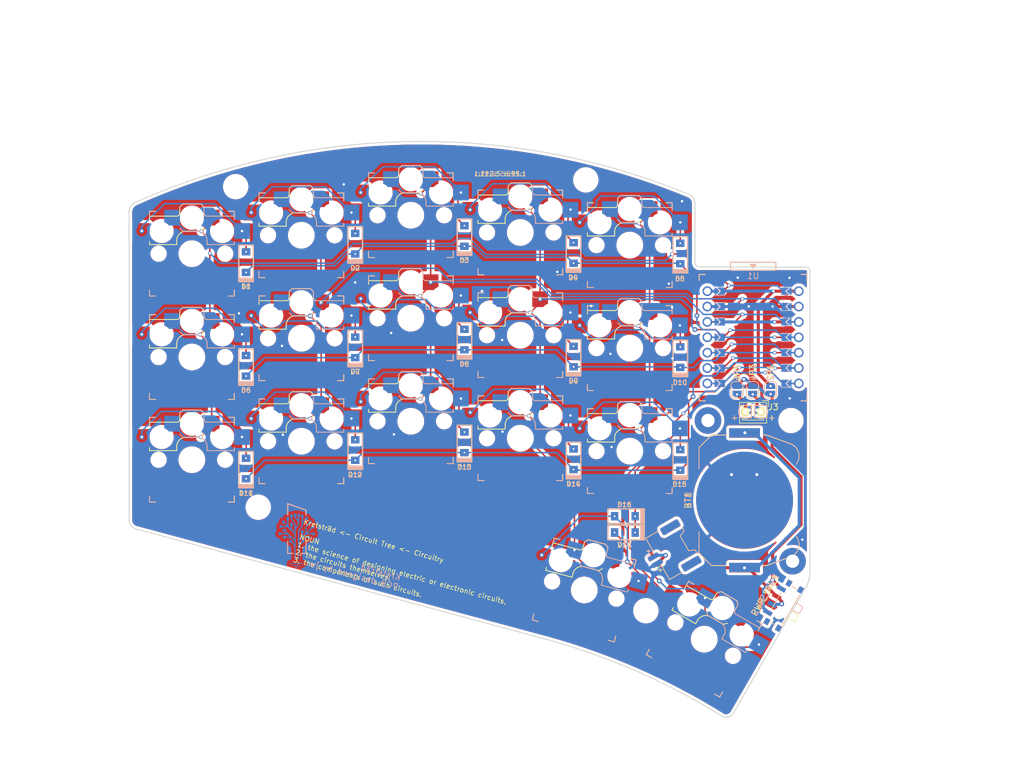
<source format=kicad_pcb>
(kicad_pcb (version 20211014) (generator pcbnew)
  (title_block (title "Kretsträd") (company "by JW"))
  (layers (0 "F.Cu" signal) (31 "B.Cu" signal) (34 "B.Paste" user) (35 "F.Paste" user) (36 "B.SilkS" user "B.Silkscreen") (37 "F.SilkS" user "F.Silkscreen") (38 "B.Mask" user) (39 "F.Mask" user) (44 "Edge.Cuts" user))
  (net 0 "")
  (net 1 "row0")
  (net 2 "Net-(D1-Pad2)")
  (net 3 "row1")
  (net 4 "Net-(D2-Pad2)")
  (net 5 "row2")
  (net 6 "Net-(D3-Pad2)")
  (net 7 "row3")
  (net 8 "Net-(D4-Pad2)")
  (net 9 "Net-(D5-Pad2)")
  (net 10 "Net-(D6-Pad2)")
  (net 11 "Net-(D7-Pad2)")
  (net 12 "Net-(D8-Pad2)")
  (net 13 "Net-(D9-Pad2)")
  (net 14 "Net-(D10-Pad2)")
  (net 15 "Net-(D11-Pad2)")
  (net 16 "Net-(D12-Pad2)")
  (net 17 "Net-(D13-Pad2)")
  (net 18 "Net-(D14-Pad2)")
  (net 19 "Net-(D15-Pad2)")
  (net 20 "Net-(D16-Pad2)")
  (net 21 "Net-(D17-Pad2)")
  (net 22 "GND")
  (net 23 "VCC")
  (net 24 "col0")
  (net 25 "col1")
  (net 26 "col2")
  (net 27 "col3")
  (net 28 "col4")
  (net 29 "SCL")
  (net 30 "SDA")
  (net 32 "BT+")
  (net 33 "RAW")
  (net 35 "Hole_1")
  (net 36 "Hole_2")
  (net 37 "Net-(JP1-Pad1)")
  (footprint "Connector_Molex:Molex_Panelmate_53780-0270_1x02-1MP_P1.25mm_Horizontal" (layer "F.Cu") (at 171.776297 114.28433 120)
    (fp_text reference "J1" hide)
    (fp_text value "Conn_01x02_Female")
  )
  (footprint "jw_custom_footprint:Kailh_socket_PG1350_v1_reversible" (layer "F.Cu") (at 92.7946 99.0854 180)
    (fp_text reference "SW11")
    (fp_text value "SW_PUSH")
  )
  (footprint "jw_custom_footprint:Diode_SOD123_THT_2" (layer "F.Cu") (at 119.782958 97.486191 90)
    (fp_text reference "D12")
    (fp_text value "D" hide)
  )
  (footprint "jw_custom_footprint:Kailh_socket_PG1350_v1_reversible" (layer "F.Cu") (at 92.7946 65.0494 180)
    (fp_text reference "SW1")
    (fp_text value "SW_PUSH")
  )
  (footprint "jw_custom_footprint:Diode_SOD123_THT_2" (layer "F.Cu") (at 137.816958 62.123391 90)
    (fp_text reference "D3")
    (fp_text value "D" hide)
  )
  (footprint "jw_custom_footprint:Kailh_socket_PG1350_v1_reversible" (layer "F.Cu") (at 147.049 61.5442 180)
    (fp_text reference "SW4")
    (fp_text value "SW_PUSH")
  )
  (footprint "jw_custom_footprint:Diode_SOD123_THT_2" (layer "F.Cu") (at 164.32521 108.420368 180)
    (fp_text reference "D16")
    (fp_text value "D" hide)
  )
  (footprint "MountingHole:MountingHole_3.2mm_M3" (layer "F.Cu") (at 103.759 106.934)
    (fp_text reference "TH3" hide)
    (fp_text value "HOLE")
  )
  (footprint "jw_custom_footprint:Kailh_socket_PG1350_v1_reversible" (layer "F.Cu") (at 110.8794 96.0374 180)
    (fp_text reference "SW12")
    (fp_text value "SW_PUSH")
  )
  (footprint "jw_custom_footprint:Kailh_socket_PG1350_v1_reversible" (layer "F.Cu") (at 177.4274 128.727668 150)
    (fp_text reference "SW17")
    (fp_text value "SW_PUSH")
  )
  (footprint "Jumper:SolderJumper-2_P1.3mm_Open_RoundedPad1.0x1.5mm" (layer "F.Cu") (at 185.426575 87.541568 90)
    (fp_text reference "JP3")
    (fp_text value "Hole_1")
  )
  (footprint "jw_custom_footprint:Kailh_socket_PG1350_v1_reversible" (layer "F.Cu") (at 110.8794 79.0194 180)
    (fp_text reference "SW7")
    (fp_text value "SW_PUSH")
  )
  (footprint "kbd:1pin_conn" (layer "F.Cu") (at 184.243 91.1352 180)
    (fp_text reference "Hole_2" hide)
    (fp_text value "MountingHole_Pad" hide)
  )
  (footprint "MountingHole:MountingHole_3.2mm_M3" (layer "F.Cu") (at 167.7924 124.028668)
    (fp_text reference "TH4" hide)
    (fp_text value "HOLE")
  )
  (footprint "jw_custom_footprint:Kailh_socket_PG1350_v1_reversible" (layer "F.Cu") (at 165.1338 63.627 180)
    (fp_text reference "SW5")
    (fp_text value "SW_PUSH")
  )
  (footprint "jw_custom_footprint:Diode_SOD123_THT_2" (layer "F.Cu") (at 173.478558 82.144591 90)
    (fp_text reference "D10")
    (fp_text value "D" hide)
  )
  (footprint "jw_custom_footprint:Diode_SOD123_THT_2" (layer "F.Cu") (at 119.782958 80.515991 90)
    (fp_text reference "D7")
    (fp_text value "D" hide)
  )
  (footprint "jw_custom_footprint:Kailh_socket_PG1350_v1_reversible" (layer "F.Cu") (at 147.049 95.5294 180)
    (fp_text reference "SW14")
    (fp_text value "SW_PUSH")
  )
  (footprint "MountingHole:MountingHole_3.2mm_M3" (layer "F.Cu") (at 100.0338 53.975)
    (fp_text reference "TH1" hide)
    (fp_text value "HOLE")
  )
  (footprint "kbd:1pin_conn" (layer "F.Cu") (at 186.783 91.1352 180)
    (fp_text reference "Hole_1" hide)
    (fp_text value "MountingHole_Pad" hide)
  )
  (footprint "jw_custom_footprint:Kailh_socket_PG1350_v1_reversible" (layer "F.Cu") (at 92.7946 82.1182 180)
    (fp_text reference "SW6")
    (fp_text value "SW_PUSH")
  )
  (footprint "jw_custom_footprint:Kailh_socket_PG1350_v1_reversible" (layer "F.Cu") (at 128.9642 75.7114 180)
    (fp_text reference "SW8")
    (fp_text value "SW_PUSH")
  )
  (footprint "jw_custom_footprint:Kailh_socket_PG1350_v1_reversible" (layer "F.Cu") (at 165.1338 80.645 180)
    (fp_text reference "SW10")
    (fp_text value "SW_PUSH")
  )
  (footprint "MountingHole:MountingHole_2.2mm_M2_Pad" (layer "F.Cu") (at 192.024 115.8494)
    (fp_text reference "TH_PCB_2" hide)
    (fp_text value "HOLE")
  )
  (footprint "jw_custom_footprint:Diode_SOD123_THT_2" (layer "F.Cu") (at 173.478558 65.027991 90)
    (fp_text reference "D5")
    (fp_text value "D" hide)
  )
  (footprint "jw_custom_footprint:Kailh_socket_PG1350_v1_reversible" (layer "F.Cu") (at 110.8794 62.0014 180)
    (fp_text reference "SW2")
    (fp_text value "SW_PUSH")
  )
  (footprint "MountingHole:MountingHole_2.2mm_M2_Pad" (layer "F.Cu") (at 178.054 92.6084)
    (fp_text reference "TH_PCB_1" hide)
    (fp_text value "HOLE")
  )
  (footprint "jw_custom_footprint:Diode_SOD123_THT_2" (layer "F.Cu") (at 155.850958 82.039991 90)
    (fp_text reference "D9")
    (fp_text value "D" hide)
  )
  (footprint "jw_custom_footprint:Diode_SOD123_THT_2" (layer "F.Cu") (at 164.32521 111.112768 180)
    (fp_text reference "D17")
    (fp_text value "D" hide)
  )
  (footprint "jw_custom_footprint:Diode_SOD123_THT_2" (layer "F.Cu") (at 155.850958 99.010191 90)
    (fp_text reference "D14")
    (fp_text value "D" hide)
  )
  (footprint "jw_custom_footprint:Diode_SOD123_THT_2" (layer "F.Cu") (at 101.748958 83.563991 90)
    (fp_text reference "D6")
    (fp_text value "D" hide)
  )
  (footprint "Button_Switch_SMD:SW_SPDT_PCM12" (layer "F.Cu") (at 190.277975 123.0376 60)
    (fp_text reference "PWR_SW_1")
    (fp_text value "SW_SPDT")
  )
  (footprint "jw_custom_footprint:Diode_SOD123_THT_2" (layer "F.Cu") (at 101.748958 100.534191 90)
    (fp_text reference "D11")
    (fp_text value "D" hide)
  )
  (footprint "jw_custom_footprint:Diode_SOD123_THT_2" (layer "F.Cu") (at 101.748958 66.447391 90)
    (fp_text reference "D1")
    (fp_text value "D" hide)
  )
  (footprint "jw_custom_footprint:BatteryHolder_Keystone_3034_1x20mm_mod" (layer "F.Cu") (at 184.0992 105.8098 90)
    (fp_text reference "BT1")
    (fp_text value "Battery_Cell")
  )
  (footprint "Jumper:SolderJumper-2_P1.3mm_Open_RoundedPad1.0x1.5mm" (layer "F.Cu") (at 188.398375 87.541568 90)
    (fp_text reference "JP1")
    (fp_text value "to_RAW")
  )
  (footprint "jw_custom_footprint:Diode_SOD123_THT_2" (layer "F.Cu") (at 173.478558 99.114791 90)
    (fp_text reference "D15")
    (fp_text value "D" hide)
  )
  (footprint "jw_custom_footprint:Xiao THT jumper pad" (layer "F.Cu") (at 185.5076 78.7014)
    (fp_text reference "U1" hide)
    (fp_text value "SeeeduinoXIAO")
  )
  (footprint "jw_custom_footprint:Kailh_socket_PG1350_v1_reversible" (layer "F.Cu") (at 157.6154 120.599668 165)
    (fp_text reference "SW16")
    (fp_text value "SW_PUSH")
  )
  (footprint "MountingHole:MountingHole_3.2mm_M3" (layer "F.Cu") (at 191.77 92.6084)
    (fp_text reference "TH5" hide)
    (fp_text value "HOLE")
  )
  (footprint "jw_custom_footprint:Kailh_socket_PG1350_v1_reversible" (layer "F.Cu") (at 128.9642 92.7294 180)
    (fp_text reference "SW13")
    (fp_text value "SW_PUSH")
  )
  (footprint "jw_custom_footprint:Kailh_socket_PG1350_v1_reversible" (layer "F.Cu") (at 147.049 78.5114 180)
    (fp_text reference "SW9")
    (fp_text value "SW_PUSH")
  )
  (footprint "Jumper:SolderJumper-2_P1.3mm_Open_RoundedPad1.0x1.5mm" (layer "F.Cu") (at 182.861175 87.541568 90)
    (fp_text reference "JP5")
    (fp_text value "Hole_2")
  )
  (footprint "jw_custom_footprint:Kailh_socket_PG1350_v1_reversible" (layer "F.Cu") (at 128.9642 58.6934 180)
    (fp_text reference "SW3")
    (fp_text value "SW_PUSH")
  )
  (footprint "jw_custom_footprint:Kailh_socket_PG1350_v1_reversible" (layer "F.Cu") (at 165.1338 97.663 180)
    (fp_text reference "SW15")
    (fp_text value "SW_PUSH")
  )
  (footprint "Connector_Molex:Molex_PicoBlade_53047-0210_1x02_P1.25mm_Vertical" (layer "F.Cu") (at 186.1326 90.8812 180)
    (fp_text reference "J3")
    (fp_text value "Conn_01x02_Female" hide)
  )
  (footprint "jw_custom_footprint:Diode_SOD123_THT_2" (layer "F.Cu") (at 137.816958 96.210191 90)
    (fp_text reference "D13")
    (fp_text value "D" hide)
  )
  (footprint "jw_custom_footprint:Diode_SOD123_THT_2" (layer "F.Cu") (at 155.850958 64.923391 90)
    (fp_text reference "D4")
    (fp_text value "D" hide)
  )
  (footprint "jw_custom_footprint:Diode_SOD123_THT_2" (layer "F.Cu") (at 119.782958 63.399391 90)
    (fp_text reference "D2")
    (fp_text value "D" hide)
  )
  (footprint "MountingHole:MountingHole_3.2mm_M3" (layer "F.Cu") (at 157.8694 52.8574)
    (fp_text reference "TH2" hide)
    (fp_text value "HOLE")
  )
  (footprint "jw_custom_footprint:Diode_SOD123_THT_2" (layer "F.Cu") (at 137.816958 79.239991 90)
    (fp_text reference "D8")
    (fp_text value "D" hide)
  )
  (footprint "Jumper:SolderJumper-2_P1.3mm_Open_RoundedPad1.0x1.5mm" (layer "B.Cu") (at 185.426575 87.555368 90)
    (fp_text reference "JP4")
    (fp_text value "Hole_1")
  )
  (footprint "jw_custom_image:circuit_tree_f.cu_3_10mm" (layer "B.Cu") (at 109.861575 111.4044 180)
    (fp_text reference "G***")
    (fp_text value "circuit_tree_f.cu_3_10mm")
  )
  (footprint "Button_Switch_SMD:SW_SPDT_PCM12" (layer "B.Cu") (at 190.277975 123.0376 -120)
    (fp_text reference "PWR_SW_2")
    (fp_text value "SW_SPDT")
  )
  (footprint "Jumper:SolderJumper-2_P1.3mm_Open_RoundedPad1.0x1.5mm" (layer "B.Cu") (at 182.861175 87.541568 90)
    (fp_text reference "JP6")
    (fp_text value "Hole_2")
  )
  (footprint "jw_custom_footprint:BatteryHolder_Keystone_3034_1x20mm_mod" (layer "B.Cu") (at 184.0992 105.759 -90)
    (fp_text reference "BT2")
    (fp_text value "Battery_Cell")
  )
  (footprint "Jumper:SolderJumper-2_P1.3mm_Open_RoundedPad1.0x1.5mm" (layer "B.Cu") (at 188.398375 87.541568 90)
    (fp_text reference "JP2")
    (fp_text value "to_RAW")
  )
  (footprint "Connector_Molex:Molex_Panelmate_53780-0270_1x02-1MP_P1.25mm_Horizontal" (layer "B.Cu") (at 171.776297 114.28433 -60)
    (fp_text reference "J2" hide)
    (fp_text value "Conn_01x02_Female")
  )
  (gr_arc (start 176.66661 67.260439) (mid 176.113587 67.020494) (end 175.903 66.455639) (layer "Edge.Cuts") (width 0.15))
  (gr_arc (start 82.429575 58.2676) (mid 82.717257 57.22857) (end 83.547175 56.5404) (layer "Edge.Cuts") (width 0.15))
  (gr_line (start 83.49941 110.503168) (end 151.11421 128.689568) (layer "Edge.Cuts") (width 0.15))
  (gr_line (start 194.2592 67.268439) (end 176.66661 67.260439) (layer "Edge.Cuts") (width 0.15))
  (gr_line (start 175.903 56.7944) (end 175.903 66.455639) (layer "Edge.Cuts") (width 0.15))
  (gr_line (start 82.429575 58.2676) (end 82.4314 109.119361) (layer "Edge.Cuts") (width 0.15))
  (gr_arc (start 182.2026 141.021268) (mid 181.317406 141.61142) (end 180.274588 141.400759) (layer "Edge.Cuts") (width 0.15))
  (gr_arc (start 83.547175 56.5404) (mid 129.111321 46.517913) (end 174.936375 55.2704) (layer "Edge.Cuts") (width 0.15))
  (gr_arc (start 194.8854 117.526268) (mid 194.747891 118.805586) (end 194.31 120.015468) (layer "Edge.Cuts") (width 0.15))
  (gr_line (start 194.8854 67.903439) (end 194.8854 117.526268) (layer "Edge.Cuts") (width 0.15))
  (gr_line (start 182.2026 141.021268) (end 194.31 120.015468) (layer "Edge.Cuts") (width 0.15))
  (gr_arc (start 151.11421 128.689568) (mid 166.156658 133.984709) (end 180.274588 141.400759) (layer "Edge.Cuts") (width 0.15))
  (gr_arc (start 194.2592 67.268439) (mid 194.697575 67.4624) (end 194.8854 67.903439) (layer "Edge.Cuts") (width 0.15))
  (gr_arc (start 83.49941 110.503168) (mid 82.740601 109.984766) (end 82.4314 109.119361) (layer "Edge.Cuts") (width 0.15))
  (gr_arc (start 174.936375 55.2704) (mid 175.657143 55.881789) (end 175.903 56.7944) (layer "Edge.Cuts") (width 0.15))
  (gr_text "Kretsträd\nPCB designed by jw" (at 127.145175 119.4308 -15.5) (layer "B.SilkS") (effects (font (size 1 1) (thickness 0.125)) (justify left mirror)))
  (gr_text "-" (at 188.594554 92.106279) (layer "B.SilkS") (effects (font (size 1 1))))
  (gr_text "+" (at 182.447754 92.106279) (layer "B.SilkS") (effects (font (size 1 1))))
  (gr_text "-" (at 169.7736 117.373868 -180) (layer "B.SilkS") (effects (font (size 0.6 0.6)) (justify left mirror)))
  (gr_text "L:112.5 H:95.1" (at 143.719775 51.8668) (layer "B.SilkS") (effects (font (size 0.762 0.762) (thickness 0.127) italic) (justify mirror)))
  (gr_text "+\n" (at 167.7924 114.224268 -180) (layer "B.SilkS") (effects (font (size 0.6 0.6)) (justify left mirror)))
  (gr_text "+" (at 188.60461 92.113568) (layer "F.SilkS") (effects (font (size 1 1)) (justify mirror)))
  (gr_text "-" (at 168.656 114.224268 180) (layer "F.SilkS") (effects (font (size 0.6 0.6)) (justify left)))
  (gr_text "+\n" (at 170.6372 117.373868 180) (layer "F.SilkS") (effects (font (size 0.6 0.6)) (justify left)))
  (gr_text "Kretsträd <- Circuit Tree <- Circuitry\n\nNOUN\n1. the science of designing electric or electronic circuits.\n2. the circuits themselves.\n3. the components of such circuits." (at 110.369575 112.4204 -15.5) (layer "F.SilkS") (effects (font (size 0.8 0.8) (thickness 0.12)) (justify left)))
  (gr_text "L:112.5 H:95.1" (at 143.719775 51.8668) (layer "F.SilkS") (effects (font (size 0.762 0.762) (thickness 0.127) italic)))
  (gr_text "-" (at 182.45781 92.113568) (layer "F.SilkS") (effects (font (size 1 1)) (justify mirror)))
  (segment (start 176.221758 75.28658) (end 176.221758 69.471191) (width 0.25) (layer "F.Cu") (net 1))
  (segment (start 190.4296 78.867) (end 190.4352 78.8614) (width 0.25) (layer "F.Cu") (net 1))
  (segment (start 176.221758 69.471191) (end 173.478558 66.727991) (width 0.25) (layer "F.Cu") (net 1))
  (segment (start 176.221747 75.286591) (end 176.221758 75.28658) (width 0.25) (layer "F.Cu") (net 1))
  (segment (start 189.0606 78.867) (end 190.4296 78.867) (width 0.25) (layer "F.Cu") (net 1))
  (via (at 176.221747 75.286591) (size 0.8) (drill 0.4) (layers "F.Cu" "B.Cu") (net 1))
  (via (at 189.0606 78.867) (size 0.6) (drill 0.4) (layers "F.Cu" "B.Cu") (net 1))
  (segment (start 179.341991 77.623391) (end 180.5856 78.867) (width 0.25) (layer "B.Cu") (net 1))
  (segment (start 121.058958 63.823391) (end 137.816958 63.823391) (width 0.25) (layer "B.Cu") (net 1))
  (segment (start 177.213233 77.623391) (end 179.341991 77.623391) (width 0.25) (layer "B.Cu") (net 1))
  (segment (start 180.5856 78.867) (end 189.0606 78.867) (width 0.25) (layer "B.Cu") (net 1))
  (segment (start 176.221747 75.286591) (end 176.221747 76.631905) (width 0.25) (layer "B.Cu") (net 1))
  (segment (start 141.171378 65.62592) (end 154.853487 65.62592) (width 0.25) (layer "B.Cu") (net 1))
  (segment (start 101.748958 68.147391) (end 102.847038 67.049311) (width 0.25) (layer "B.Cu") (net 1))
  (segment (start 137.816958 63.823391) (end 139.368848 63.823391) (width 0.25) (layer "B.Cu") (net 1))
  (segment (start 119.782958 65.099391) (end 121.058958 63.823391) (width 0.25) (layer "B.Cu") (net 1))
  (segment (start 116.413156 67.049311) (end 118.363076 65.099391) (width 0.25) (layer "B.Cu") (net 1))
  (segment (start 118.363076 65.099391) (end 119.782958 65.099391) (width 0.25) (layer "B.Cu") (net 1))
  (segment (start 155.850958 66.623391) (end 173.373958 66.623391) (width 0.25) (layer "B.Cu") (net 1))
  (segment (start 102.847038 67.049311) (end 116.413156 67.049311) (width 0.25) (layer "B.Cu") (net 1))
  (segment (start 139.368848 63.823391) (end 141.171378 65.62592) (width 0.25) (layer "B.Cu") (net 1))
  (segment (start 154.853487 65.62592) (end 155.850958 66.623391) (width 0.25) (layer "B.Cu") (net 1))
  (segment (start 155.419967 66.1924) (end 155.850958 66.623391) (width 0.25) (layer "B.Cu") (net 1))
  (segment (start 176.221747 76.631905) (end 177.213233 77.623391) (width 0.25) (layer "B.Cu") (net 1))
  (segment (start 101.748958 61.978758) (end 101.748958 64.747391) (width 0.25) (layer "F.Cu") (net 2))
  (segment (start 101.0696 61.2994) (end 101.748958 61.978758) (width 0.25) (layer "F.Cu") (net 2))
  (via (at 101.0696 61.2994) (size 0.6) (drill 0.4) (layers "F.Cu" "B.Cu") (net 2))
  (via (at 84.5196 61.2994) (size 0.8) (drill 0.4) (layers "F.Cu" "B.Cu") (net 2))
  (segment (start 84.5196 60.546375) (end 84.5196 61.2994) (width 0.25) (layer "B.Cu") (net 2))
  (segment (start 101.0696 61.2994) (end 96.5646 56.7944) (width 0.25) (layer "B.Cu") (net 2))
  (segment (start 96.5646 56.7944) (end 88.271575 56.7944) (width 0.25) (layer "B.Cu") (net 2))
  (segment (start 88.271575 56.7944) (end 84.5196 60.546375) (width 0.25) (layer "B.Cu") (net 2))
  (segment (start 189.069111 81.394768) (end 189.075743 81.4014) (width 0.25) (layer "F.Cu") (net 3))
  (segment (start 189.075743 81.4014) (end 190.4352 81.4014) (width 0.25) (layer "F.Cu") (net 3))
  (via (at 189.069111 81.394768) (size 0.6) (drill 0.4) (layers "F.Cu" "B.Cu") (net 3))
  (segment (start 101.748958 85.263991) (end 104.796958 82.215991) (width 0.25) (layer "B.Cu") (net 3))
  (segment (start 104.796958 82.215991) (end 119.782958 82.215991) (width 0.25) (layer "B.Cu") (net 3))
  (segment (start 180.586632 81.394768) (end 180.58 81.4014) (width 0.25) (layer "B.Cu") (net 3))
  (segment (start 189.069111 81.394768) (end 180.586632 81.394768) (width 0.25) (layer "B.Cu") (net 3))
  (segment (start 119.782958 82.215991) (end 121.058958 80.939991) (width 0.25) (layer "B.Cu") (net 3))
  (segment (start 137.816958 80.939991) (end 153.050958 80.939991) (width 0.25) (layer "B.Cu") (net 3))
  (segment (start 176.81901 82.715568) (end 179.265832 82.715568) (width 0.25) (layer "B.Cu") (net 3))
  (segment (start 173.478558 83.844591) (end 175.689987 83.844591) (width 0.25) (layer "B.Cu") (net 3))
  (segment (start 153.050958 80.939991) (end 155.850958 83.739991) (width 0.25) (layer "B.Cu") (net 3))
  (segment (start 155.850958 83.739991) (end 173.373958 83.739991) (width 0.25) (layer "B.Cu") (net 3))
  (segment (start 121.058958 80.939991) (end 137.816958 80.939991) (width 0.25) (layer "B.Cu") (net 3))
  (segment (start 179.265832 82.715568) (end 180.58 81.4014) (width 0.25) (layer "B.Cu") (net 3))
  (segment (start 175.689987 83.844591) (end 176.81901 82.715568) (width 0.25) (layer "B.Cu") (net 3))
  (segment (start 119.782958 58.879958) (end 119.782958 61.699391) (width 0.25) (layer "F.Cu") (net 4))
  (segment (start 119.1544 58.2514) (end 119.782958 58.879958) (width 0.25) (layer "F.Cu") (net 4))
  (via (at 102.6044 58.2514) (size 0.8) (drill 0.4) (layers "F.Cu" "B.Cu") (net 4))
  (via (at 119.1544 58.2514) (size 0.6) (drill 0.4) (layers "F.Cu" "B.Cu") (net 4))
  (segment (start 106.051575 54.0004) (end 102.6044 57.447575) (width 0.25) (layer "B.Cu") (net 4))
  (segment (start 102.6044 57.447575) (end 102.6044 58.2514) (width 0.25) (layer "B.Cu") (net 4))
  (segment (start 119.1544 58.2514) (end 114.9034 54.0004) (width 0.25) (layer "B.Cu") (net 4))
  (segment (start 114.9034 54.0004) (end 106.051575 54.0004) (width 0.25) (layer "B.Cu") (net 4))
  (segment (start 189.16341 83.985568) (end 189.207578 83.9414) (width 0.25) (layer "F.Cu") (net 5))
  (segment (start 189.207578 83.9414) (end 190.4352 83.9414) (width 0.25) (layer "F.Cu") (net 5))
  (segment (start 174.850158 99.443191) (end 173.478558 100.814791) (width 0.25) (layer "F.Cu") (net 5))
  (segment (start 174.850158 89.40882) (end 174.850158 99.443191) (width 0.25) (layer "F.Cu") (net 5))
  (segment (start 175.59981 88.659168) (end 174.850158 89.40882) (width 0.25) (layer "F.Cu") (net 5))
  (via (at 189.16341 83.985568) (size 0.6) (drill 0.4) (layers "F.Cu" "B.Cu") (net 5))
  (via (at 175.59981 88.659168) (size 0.8) (drill 0.4) (layers "F.Cu" "B.Cu") (net 5))
  (segment (start 119.782958 99.186191) (end 121.058958 97.910191) (width 0.25) (layer "B.Cu") (net 5))
  (segment (start 155.955558 100.814791) (end 173.478558 100.814791) (width 0.25) (layer "B.Cu") (net 5))
  (segment (start 121.058958 97.910191) (end 137.816958 97.910191) (width 0.25) (layer "B.Cu") (net 5))
  (segment (start 175.59981 86.881168) (end 175.59981 88.659168) (width 0.25) (layer "B.Cu") (net 5))
  (segment (start 188.235842 83.058) (end 189.16341 83.985568) (width 0.25) (layer "B.Cu") (net 5))
  (segment (start 153.050958 97.910191) (end 155.850958 100.710191) (width 0.25) (layer "B.Cu") (net 5))
  (segment (start 181.5394 83.9414) (end 182.4228 83.058) (width 0.25) (layer "B.Cu") (net 5))
  (segment (start 137.816958 97.910191) (end 153.050958 97.910191) (width 0.25) (layer "B.Cu") (net 5))
  (segment (start 182.4228 83.058) (end 188.235842 83.058) (width 0.25) (layer "B.Cu") (net 5))
  (segment (start 180.58 83.9414) (end 179.279 85.2424) (width 0.25) (layer "B.Cu") (net 5))
  (segment (start 180.58 83.9414) (end 181.5394 83.9414) (width 0.25) (layer "B.Cu") (net 5))
  (segment (start 179.279 85.2424) (end 177.238578 85.2424) (width 0.25) (layer "B.Cu") (net 5))
  (segment (start 101.748958 102.234191) (end 104.796958 99.186191) (width 0.25) (layer "B.Cu") (net 5))
  (segment (start 104.796958 99.186191) (end 119.782958 99.186191) (width 0.25) (layer "B.Cu") (net 5))
  (segment (start 177.238578 85.2424) (end 175.59981 86.881168) (width 0.25) (layer "B.Cu") (net 5))
  (segment (start 137.2392 54.9434) (end 136.750158 55.432442) (width 0.25) (layer "F.Cu") (net 6))
  (segment (start 136.750158 59.356591) (end 137.816958 60.423391) (width 0.25) (layer "F.Cu") (net 6))
  (segment (start 136.750158 55.432442) (end 136.750158 59.356591) (width 0.25) (layer "F.Cu") (net 6))
  (via (at 120.6892 54.9434) (size 0.8) (drill 0.4) (layers "F.Cu" "B.Cu") (net 6))
  (via (at 137.2392 54.9434) (size 0.6) (drill 0.4) (layers "F.Cu" "B.Cu") (net 6))
  (segment (start 124.339575 50.6984) (end 120.6892 54.348775) (width 0.25) (layer "B.Cu") (net 6))
  (segment (start 120.6892 54.348775) (end 120.6892 54.9434) (width 0.25) (layer "B.Cu") (net 6))
  (segment (start 137.2392 54.9434) (end 132.9942 50.6984) (width 0.25) (layer "B.Cu") (net 6))
  (segment (start 132.9942 50.6984) (end 124.339575 50.6984) (width 0.25) (layer "B.Cu") (net 6))
  (segment (start 188.6374 84.6836) (end 190.4352 86.4814) (width 0.25) (layer "F.Cu") (net 7))
  (segment (start 187.483975 84.6836) (end 188.6374 84.6836) (width 0.25) (layer "F.Cu") (net 7))
  (segment (start 172.39941 93.028139) (end 173.986558 91.440991) (width 0.25) (layer "F.Cu") (net 7))
  (segment (start 168.17533 97.125048) (end 169.12281 96.177568) (width 0.25) (layer "F.Cu") (net 7))
  (segment (start 168.17533 98.776048) (end 168.17533 97.125048) (width 0.25) (layer "F.Cu") (net 7))
  (segment (start 171.23101 96.177568) (end 172.39941 95.009168) (width 0.25) (layer "F.Cu") (net 7))
  (segment (start 169.12281 96.177568) (end 171.23101 96.177568) (width 0.25) (layer "F.Cu") (net 7))
  (segment (start 166.02521 111.112768) (end 166.02521 108.420368) (width 0.25) (layer "F.Cu") (net 7))
  (segment (start 172.39941 95.009168) (end 172.39941 93.028139) (width 0.25) (layer "F.Cu") (net 7))
  (segment (start 166.02521 108.420368) (end 166.02521 100.926168) (width 0.25) (layer "F.Cu") (net 7))
  (segment (start 166.02521 100.926168) (end 168.17533 98.776048) (width 0.25) (layer "F.Cu") (net 7))
  (via (at 187.483975 84.6836) (size 0.6) (drill 0.4) (layers "F.Cu" "B.Cu") (net 7))
  (via (at 173.986558 91.440991) (size 0.6) (drill 0.4) (layers "F.Cu" "B.Cu") (net 7))
  (segment (start 179.316632 87.744768) (end 177.682781 87.744768) (width 0.25) (layer "B.Cu") (net 7))
  (segment (start 187.479399 84.688176) (end 182.373224 84.688176) (width 0.25) (layer "B.Cu") (net 7))
  (segment (start 182.373224 84.688176) (end 179.316632 87.744768) (width 0.25) (layer "B.Cu") (net 7))
  (segment (start 187.483975 84.6836) (end 187.479399 84.688176) (width 0.25) (layer "B.Cu") (net 7))
  (segment (start 177.682781 87.744768) (end 173.986558 91.440991) (width 0.25) (layer "B.Cu") (net 7))
  (segment (start 154.936558 58.166991) (end 154.936558 62.308991) (width 0.25) (layer "F.Cu") (net 8))
  (segment (start 155.342958 57.760591) (end 154.936558 58.166991) (width 0.25) (layer "F.Cu") (net 8))
  (segment (start 154.936558 62.308991) (end 155.850958 63.223391) (width 0.25) (layer "F.Cu") (net 8))
  (via (at 155.342958 57.760591) (size 0.6) (drill 0.4) (layers "F.Cu" "B.Cu") (net 8))
  (via (at 138.774 57.7942) (size 0.8) (drill 0.4) (layers "F.Cu" "B.Cu") (net 8))
  (segment (start 142.500177 53.4924) (end 138.774 57.218577) (width 0.25) (layer "B.Cu") (net 8))
  (segment (start 155.342958 57.760591) (end 151.074767 53.4924) (width 0.25) (layer "B.Cu") (net 8))
  (segment (start 151.074767 53.4924) (end 142.500177 53.4924) (width 0.25) (layer "B.Cu") (net 8))
  (segment (start 138.774 57.218577) (end 138.774 57.7942) (width 0.25) (layer "B.Cu") (net 8))
  (segment (start 173.478558 59.877) (end 173.478558 63.327991) (width 0.25) (layer "F.Cu") (net 9))
  (via (at 173.478558 59.877) (size 0.6) (drill 0.4) (layers "F.Cu" "B.Cu") (net 9))
  (via (at 156.8588 59.877) (size 0.8) (drill 0.4) (layers "F.Cu" "B.Cu") (net 9))
  (segment (start 160.407575 55.5244) (end 159.645575 56.2864) (width 0.25) (layer "B.Cu") (net 9))
  (segment (start 159.645575 56.2864) (end 159.645575 57.090225) (width 0.25) (layer "B.Cu") (net 9))
  (segment (start 173.478558 59.877) (end 169.125958 55.5244) (width 0.25) (layer "B.Cu") (net 9))
  (segment (start 169.125958 55.5244) (end 160.407575 55.5244) (width 0.25) (layer "B.Cu") (net 9))
  (segment (start 159.645575 57.090225) (end 156.8588 59.877) (width 0.25) (layer "B.Cu") (net 9))
  (segment (start 101.748958 79.047558) (end 101.0696 78.3682) (width 0.25) (layer "F.Cu") (net 10))
  (segment (start 101.748958 81.863991) (end 101.748958 79.047558) (width 0.25) (layer "F.Cu") (net 10))
  (via (at 84.5196 78.3682) (size 0.8) (drill 0.4) (layers "F.Cu" "B.Cu") (net 10))
  (via (at 101.0696 78.3682) (size 0.8) (drill 0.4) (layers "F.Cu" "B.Cu") (net 10))
  (segment (start 96.768791 74.067391) (end 88.388558 74.067391) (width 0.25) (layer "B.Cu") (net 10))
  (segment (start 88.388558 74.067391) (end 84.5196 77.936349) (width 0.25) (layer "B.Cu") (net 10))
  (segment (start 101.0696 78.3682) (end 96.768791 74.067391) (width 0.25) (layer "B.Cu") (net 10))
  (segment (start 84.5196 77.936349) (end 84.5196 78.3682) (width 0.25) (layer "B.Cu") (net 10))
  (segment (start 119.782958 78.815991) (end 119.782958 75.897958) (width 0.25) (layer "F.Cu") (net 11))
  (segment (start 119.782958 75.897958) (end 119.1544 75.2694) (width 0.25) (layer "F.Cu") (net 11))
  (via (at 102.6044 75.2694) (size 0.8) (drill 0.4) (layers "F.Cu" "B.Cu") (net 11))
  (via (at 119.1544 75.2694) (size 0.8) (drill 0.4) (layers "F.Cu" "B.Cu") (net 11))
  (segment (start 102.6044 75.2694) (end 104.767368 77.432368) (width 0.25) (layer "B.Cu") (net 11))
  (segment (start 104.767368 77.432368) (end 106.81661 77.432368) (width 0.25) (layer "B.Cu") (net 11))
  (segment (start 116.991432 77.432368) (end 119.1544 75.2694) (width 0.25) (layer "B.Cu") (net 11))
  (segment (start 114.69061 77.432368) (end 116.991432 77.432368) (width 0.25) (layer "B.Cu") (net 11))
  (segment (start 106.81661 77.432368) (end 108.08661 76.162368) (width 0.25) (layer "B.Cu") (net 11))
  (segment (start 113.42061 76.162368) (end 114.69061 77.432368) (width 0.25) (layer "B.Cu") (net 11))
  (segment (start 108.08661 76.162368) (end 113.42061 76.162368) (width 0.25) (layer "B.Cu") (net 11))
  (segment (start 136.902558 76.625591) (end 136.902558 72.298042) (width 0.25) (layer "F.Cu") (net 12))
  (segment (start 137.816958 77.539991) (end 136.902558 76.625591) (width 0.25) (layer "F.Cu") (net 12))
  (segment (start 136.902558 72.298042) (end 137.2392 71.9614) (width 0.25) (layer "F.Cu") (net 12))
  (via (at 120.6892 72.4754) (size 0.8) (drill 0.4) (layers "F.Cu" "B.Cu") (net 12))
  (via (at 137.2392 71.9614) (size 0.8) (drill 0.4) (layers "F.Cu" "B.Cu") (net 12))
  (segment (start 131.481753 72.627511) (end 132.966433 74.112191) (width 0.25) (layer "B.Cu") (net 12))
  (segment (start 120.6892 73.043233) (end 121.808958 74.162991) (width 0.25) (layer "B.Cu") (net 12))
  (segment (start 132.966433 74.112191) (end 135.088409 74.112191) (width 0.25) (layer "B.Cu") (net 12))
  (segment (start 120.6892 72.4754) (end 120.6892 73.043233) (width 0.25) (layer "B.Cu") (net 12))
  (segment (start 125.066158 74.162991) (end 126.601638 72.627511) (width 0.25) (layer "B.Cu") (net 12))
  (segment (start 121.808958 74.162991) (end 125.066158 74.162991) (width 0.25) (layer "B.Cu") (net 12))
  (segment (start 135.088409 74.112191) (end 137.2392 71.9614) (width 0.25) (layer "B.Cu") (net 12))
  (segment (start 126.601638 72.627511) (end 131.481753 72.627511) (width 0.25) (layer "B.Cu") (net 12))
  (segment (start 154.885758 79.374791) (end 154.885758 75.199642) (width 0.25) (layer "F.Cu") (net 13))
  (segment (start 154.885758 75.199642) (end 155.324 74.7614) (width 0.25) (layer "F.Cu") (net 13))
  (segment (start 155.850958 80.339991) (end 154.885758 79.374791) (width 0.25) (layer "F.Cu") (net 13))
  (via (at 138.774 74.7614) (size 0.8) (drill 0.4) (layers "F.Cu" "B.Cu") (net 13))
  (via (at 155.324 74.7614) (size 0.8) (drill 0.4) (layers "F.Cu" "B.Cu") (net 13))
  (segment (start 153.224009 76.861391) (end 151.075758 76.861391) (width 0.25) (layer "B.Cu") (net 13))
  (segment (start 143.159 76.836975) (end 140.849575 76.836975) (width 0.25) (layer "B.Cu") (net 13))
  (segment (start 144.607784 75.388191) (end 143.159 76.836975) (width 0.25) (layer "B.Cu") (net 13))
  (segment (start 140.849575 76.836975) (end 138.774 74.7614) (width 0.25) (layer "B.Cu") (net 13))
  (segment (start 149.602558 75.388191) (end 144.607784 75.388191) (width 0.25) (layer "B.Cu") (net 13))
  (segment (start 151.075758 76.861391) (end 149.602558 75.388191) (width 0.25) (layer "B.Cu") (net 13))
  (segment (start 155.324 74.7614) (end 153.224009 76.861391) (width 0.25) (layer "B.Cu") (net 13))
  (segment (start 173.478558 80.444591) (end 173.478558 76.964758) (width 0.25) (layer "F.Cu") (net 14))
  (segment (start 173.478558 76.964758) (end 173.4088 76.895) (width 0.25) (layer "F.Cu") (net 14))
  (via (at 173.4088 76.895) (size 0.8) (drill 0.4) (layers "F.Cu" "B.Cu") (net 14))
  (via (at 156.8588 76.895) (size 0.8) (drill 0.4) (layers "F.Cu" "B.Cu") (net 14))
  (segment (start 162.505758 77.623391) (end 161.083358 79.045791) (width 0.25) (layer "B.Cu") (net 14))
  (segment (start 173.4088 76.895) (end 171.258009 79.045791) (width 0.25) (layer "B.Cu") (net 14))
  (segment (start 161.083358 79.045791) (end 159.009591 79.045791) (width 0.25) (layer "B.Cu") (net 14))
  (segment (start 171.258009 79.045791) (end 168.894296 79.045791) (width 0.25) (layer "B.Cu") (net 14))
  (segment (start 167.471896 77.623391) (end 162.505758 77.623391) (width 0.25) (layer "B.Cu") (net 14))
  (segment (start 168.894296 79.045791) (end 167.471896 77.623391) (width 0.25) (layer "B.Cu") (net 14))
  (segment (start 159.009591 79.045791) (end 156.8588 76.895) (width 0.25) (layer "B.Cu") (net 14))
  (segment (start 101.748958 96.014758) (end 101.0696 95.3354) (width 0.25) (layer "F.Cu") (net 15))
  (segment (start 101.748958 98.834191) (end 101.748958 96.014758) (width 0.25) (layer "F.Cu") (net 15))
  (via (at 101.0696 95.3354) (size 0.8) (drill 0.4) (layers "F.Cu" "B.Cu") (net 15))
  (via (at 84.5196 95.3354) (size 0.8) (drill 0.4) (layers "F.Cu" "B.Cu") (net 15))
  (segment (start 101.0696 95.3354) (end 96.844991 91.110791) (width 0.25) (layer "B.Cu") (net 15))
  (segment (start 96.844991 91.110791) (end 87.753558 91.110791) (width 0.25) (layer "B.Cu") (net 15))
  (segment (start 87.753558 91.110791) (end 84.5196 94.344749) (width 0.25) (layer "B.Cu") (net 15))
  (segment (start 84.5196 94.344749) (end 84.5196 95.3354) (width 0.25) (layer "B.Cu") (net 15))
  (segment (start 119.782958 95.786191) (end 119.782958 92.915958) (width 0.25) (layer "F.Cu") (net 16))
  (segment (start 119.782958 92.915958) (end 119.1544 92.2874) (width 0.25) (layer "F.Cu") (net 16))
  (via (at 119.1544 92.2874) (size 0.8) (drill 0.4) (layers "F.Cu" "B.Cu") (net 16))
  (via (at 102.6044 92.2874) (size 0.8) (drill 0.4) (layers "F.Cu" "B.Cu") (net 16))
  (segment (start 102.6044 91.838378) (end 102.6044 92.2874) (width 0.25) (layer "B.Cu") (net 16))
  (segment (start 114.777391 87.910391) (end 106.532387 87.910391) (width 0.25) (layer "B.Cu") (net 16))
  (segment (start 119.1544 92.2874) (end 114.777391 87.910391) (width 0.25) (layer "B.Cu") (net 16))
  (segment (start 106.532387 87.910391) (end 102.6044 91.838378) (width 0.25) (layer "B.Cu") (net 16))
  (segment (start 137.816958 94.510191) (end 136.902558 93.595791) (width 0.25) (layer "F.Cu") (net 17))
  (segment (start 136.902558 93.595791) (end 136.902558 89.316042) (width 0.25) (layer "F.Cu") (net 17))
  (segment (start 136.902558 89.316042) (end 137.2392 88.9794) (width 0.25) (layer "F.Cu") (net 17))
  (via (at 120.6892 89.4934) (size 0.8) (drill 0.4) (layers "F.Cu" "B.Cu") (net 17))
  (via (at 137.2392 88.9794) (size 0.8) (drill 0.4) (layers "F.Cu" "B.Cu") (net 17))
  (segment (start 124.420784 84.653191) (end 120.6892 88.384775) (width 0.25) (layer "B.Cu") (net 17))
  (segment (start 120.6892 88.384775) (end 120.6892 89.4934) (width 0.25) (layer "B.Cu") (net 17))
  (segment (start 137.2392 88.9794) (end 132.912991 84.653191) (width 0.25) (layer "B.Cu") (net 17))
  (segment (start 132.912991 84.653191) (end 124.420784 84.653191) (width 0.25) (layer "B.Cu") (net 17))
  (segment (start 155.012758 92.090642) (end 155.324 91.7794) (width 0.25) (layer "F.Cu") (net 18))
  (segment (start 155.850958 97.310191) (end 155.012758 96.471991) (width 0.25) (layer "F.Cu") (net 18))
  (segment (start 155.012758 96.471991) (end 155.012758 92.090642) (width 0.25) (layer "F.Cu") (net 18))
  (via (at 138.774 91.2654) (size 0.8) (drill 0.4) (layers "F.Cu" "B.Cu") (net 18))
  (via (at 155.324 91.7794) (size 0.8) (drill 0.4) (layers "F.Cu" "B.Cu") (net 18))
  (segment (start 150.997791 87.453191) (end 142.651187 87.453191) (width 0.25) (layer "B.Cu") (net 18))
  (segment (start 155.324 91.7794) (end 150.997791 87.453191) (width 0.25) (layer "B.Cu") (net 18))
  (segment (start 138.774 90.816378) (end 138.774 91.2654) (width 0.25) (layer "B.Cu") (net 18))
  (segment (start 142.651187 87.453191) (end 138.774 91.330378) (width 0.25) (layer "B.Cu") (net 18))
  (segment (start 173.478558 93.982758) (end 173.418474 93.922674) (width 0.25) (layer "F.Cu") (net 19))
  (segment (start 173.478558 97.414791) (end 173.478558 93.982758) (width 0.25) (layer "F.Cu") (net 19))
  (via (at 173.418474 93.922674) (size 0.8) (drill 0.4) (layers "F.Cu" "B.Cu") (net 19))
  (via (at 156.8588 93.913) (size 0.8) (drill 0.4) (layers "F.Cu" "B.Cu") (net 19))
  (segment (start 160.735987 89.586791) (end 156.8588 93.463978) (width 0.25) (layer "B.Cu") (net 19))
  (segment (start 173.4088 93.913) (end 169.082591 89.586791) (width 0.25) (layer "B.Cu") (net 19))
  (segment (start 169.082591 89.586791) (end 160.735987 89.586791) (width 0.25) (layer "B.Cu") (net 19))
  (segment (start 156.8588 93.463978) (end 156.8588 93.913) (width 0.25) (layer "B.Cu") (net 19))
  (segment (start 166.579008 117.789166) (end 166.579008 119.119174) (width 0.25) (layer "F.Cu") (net 20))
  (segment (start 164.72861 115.938768) (end 166.579008 117.789166) (width 0.25) (layer "F.Cu") (net 20))
  (via (at 166.579008 119.119174) (size 0.8) (drill 0.4) (layers "F.Cu" "B.Cu") (net 20))
  (via (at 164.72861 115.938768) (size 0.8) (drill 0.4) (layers "F.Cu" "B.Cu") (net 20))
  (via (at 150.592935 114.835719) (size 0.8) (drill 0.4) (layers "F.Cu" "B.Cu") (net 20))
  (segment (start 157.008286 108.420368) (end 150.592935 114.835719) (width 0.25) (layer "B.Cu") (net 20))
  (segment (start 164.72861 110.523768) (end 162.62521 108.420368) (width 0.25) (layer "B.Cu") (net 20))
  (segment (start 162.62521 108.420368) (end 157.008286 108.420368) (width 0.25) (layer "B.Cu") (net 20))
  (segment (start 164.72861 115.938768) (end 164.72861 110.523768) (width 0.25) (layer "B.Cu") (net 20))
  (segment (start 174.02501 125.108636) (end 172.13604 123.219666) (width 0.25) (layer "F.Cu") (net 21))
  (segment (start 186.46876 129.617573) (end 186.037865 130.048468) (width 0.25) (layer "F.Cu") (net 21))
  (segment (start 182.574482 130.048468) (end 177.63465 125.108636) (width 0.25) (layer "F.Cu") (net 21))
  (segment (start 165.49061 113.978168) (end 162.62521 111.112768) (width 0.25) (layer "F.Cu") (net 21))
  (segment (start 171.020072 121.189298) (end 165.49061 115.659836) (width 0.25) (layer "F.Cu") (net 21))
  (segment (start 165.49061 115.659836) (end 165.49061 113.978168) (width 0.25) (layer "F.Cu") (net 21))
  (segment (start 177.63465 125.108636) (end 174.02501 125.108636) (width 0.25) (layer "F.Cu") (net 21))
  (segment (start 186.037865 130.048468) (end 182.574482 130.048468) (width 0.25) (layer "F.Cu") (net 21))
  (segment (start 172.13604 123.219666) (end 172.13604 121.342573) (width 0.25) (layer "F.Cu") (net 21))
  (via (at 186.46876 129.617573) (size 0.6) (drill 0.4) (layers "F.Cu" "B.Cu") (net 21))
  (segment (start 190.4352 73.7814) (end 188.7418 73.7814) (width 0.508) (layer "F.Cu") (net 22))
  (segment (start 188.7418 73.7814) (end 188.722 73.7616) (width 0.508) (layer "F.Cu") (net 22))
  (via (at 188.722 73.7616) (size 0.8) (drill 0.4) (layers "F.Cu" "B.Cu") (net 22))
  (via (at 172.142375 73.914) (size 0.8) (drill 0.4) (layers "F.Cu" "B.Cu") (net 22))
  (via (at 107.68021 80.277168) (size 0.8) (drill 0.4) (layers "F.Cu" "B.Cu") (net 22))
  (via (at 125.71421 78.137568) (size 0.8) (drill 0.4) (layers "F.Cu" "B.Cu") (net 22))
  (via (at 181.9402 101.5492) (size 0.7) (drill 0.5) (layers "F.Cu" "B.Cu") (net 22))
  (via (at 161.93461 81.597968) (size 0.8) (drill 0.4) (layers "F.Cu" "B.Cu") (net 22))
  (via (at 144.05301 79.311968) (size 0.8) (drill 0.4) (layers "F.Cu" "B.Cu") (net 22))
  (via (at 191.512558 69.038191) (size 0.8) (drill 0.4) (layers "F.Cu" "B.Cu") (net 22))
  (via (at 100.567 74.9046) (size 0.6) (drill 0.4) (layers "F.Cu" "B.Cu") (net 22))
  (via (at 184.791575 73.7616) (size 0.8) (drill 0.4) (layers "F.Cu" "B.Cu") (net 22))
  (via (at 171.583575 70.0024) (size 0.8) (drill 0.4) (layers "F.Cu" "B.Cu") (net 22))
  (via (at 153.158558 68.047591) (size 0.8) (drill 0.4) (layers "F.Cu" "B.Cu") (net 22))
  (via (at 117.887975 53.594) (size 0.8) (drill 0.4) (layers "F.Cu" "B.Cu") (net 22))
  (via (at 172.183158 82.347791) (size 0.8) (drill 0.4) (layers "F.Cu" "B.Cu") (net 22))
  (via (at 126.17141 94.901568) (size 0.8) (drill 0.4) (layers "F.Cu" "B.Cu") (net 22))
  (via (at 182.978158 69.012791) (size 0.8) (drill 0.4) (layers "F.Cu" "B.Cu") (net 22))
  (via (at 140.712558 71.216591) (size 0.8) (drill 0.4) (layers "F.Cu" "B.Cu") (net 22))
  (via (at 158.756575 73.6854) (size 0.8) (drill 0.4) (layers "F.Cu" "B.Cu") (net 22))
  (via (at 173.767975 56.388) (size 0.8) (drill 0.4) (layers "F.Cu" "B.Cu") (net 22))
  (via (at 193.63381 112.281168) (size 0.8) (drill 0.4) (layers "F.Cu" "B.Cu") (net 22))
  (via (at 119.77061 69.812368) (size 0.8) (drill 0.4) (layers "F.Cu" "B.Cu") (net 22))
  (via (at 144.10381 94.450368) (size 0.8) (drill 0.4) (layers "F.Cu" "B.Cu") (net 22))
  (via (at 191.563358 88.951791) (size 0.8) (drill 0.4) (layers "F.Cu" "B.Cu") (net 22))
  (via (at 186.1312 101.5492) (size 0.7) (drill 0.5) (layers "F.Cu" "B.Cu") (net 22))
  (via (at 107.83261 94.958368) (size 0.8) (drill 0.4) (layers "F.Cu" "B.Cu") (net 22))
  (via (at 162.13781 96.990368) (size 0.8) (drill 0.4) (layers "F.Cu" "B.Cu") (net 22))
  (segment (start 182.81341 86.891568) (end 182.81341 86.881168) (width 0.508) (layer "B.Cu") (net 22))
  (segment (start 188.7022 73.7814) (end 180.58 73.7814) (width 0.508) (layer "B.Cu") (net 22))
  (segment (start 188.722 73.7616) (end 188.7022 73.7814) (width 0.508) (layer "B.Cu") (net 22))
  (segment (start 190.4296 76.327) (end 190.4352 76.3214) (width 0.5) (layer "F.Cu") (net 23))
  (segment (start 189.0606 76.327) (end 190.4296 76.327) (width 0.5) (layer "F.Cu") (net 23))
  (via (at 189.0606 76.327) (size 0.6) (drill 0.4) (layers "F.Cu" "B.Cu") (net 23))
  (segment (start 180.5856 76.327) (end 180.58 76.3214) (width 0.5) (layer "B.Cu") (net 23))
  (segment (start 189.0606 76.327) (end 180.5856 76.327) (width 0.5) (layer "B.Cu") (net 23))
  (segment (start 96.0696 59.6408) (end 94.3694 61.341) (width 0.25) (layer "F.Cu") (net 24))
  (segment (start 181.5084 70.3072) (end 180.58 71.2356) (width 0.25) (layer "F.Cu") (net 24))
  (segment (start 177.237758 69.749391) (end 175.104158 67.615791) (width 0.25) (layer "F.Cu") (net 24))
  (segment (start 174.088158 65.101191) (end 172.106958 65.101191) (width 0.25) (layer "F.Cu") (net 24))
  (segment (start 95.762889 64.982522) (end 95.762889 75.861489) (width 0.25) (layer "F.Cu") (net 24))
  (segment (start 180.58 71.2356) (end 180.58 71.2414) (width 0.25) (layer "F.Cu") (net 24))
  (segment (start 181.5084 70.3072) (end 180.950591 69.749391) (width 0.25) (layer "F.Cu") (net 24))
  (segment (start 95.754558 64.974191) (end 95.754558 62.726158) (width 0.25) (layer "F.Cu") (net 24))
  (segment (start 175.104158 67.615791) (end 175.104158 66.117191) (width 0.25) (layer "F.Cu") (net 24))
  (segment (start 96.0696 80.3132) (end 94.1662 78.4098) (width 0.25) (layer "F.Cu") (net 24))
  (segment (start 95.754558 64.974191) (end 95.762889 64.982522) (width 0.25) (layer "F.Cu") (net 24))
  (segment (start 96.0696 93.5752) (end 94.2678 95.377) (width 0.25) (layer "F.Cu") (net 24))
  (segment (start 96.0696 76.5064) (end 94.1662 78.4098) (width 0.25) (layer "F.Cu") (net 24))
  (segment (start 175.104158 66.117191) (end 174.088158 65.101191) (width 0.25) (layer "F.Cu") (net 24))
  (segment (start 96.0696 93.1354) (end 96.0696 80.3132) (width 0.25) (layer "F.Cu") (net 24))
  (segment (start 95.754558 62.726158) (end 94.3694 61.341) (width 0.25) (layer "F.Cu") (net 24))
  (segment (start 180.950591 69.749391) (end 177.237758 69.749391) (width 0.25) (layer "F.Cu") (net 24))
  (via (at 181.5084 70.3072) (size 0.6) (drill 0.4) (layers "F.Cu" "B.Cu") (net 24))
  (via (at 94.2678 95.377) (size 0.6) (drill 0.4) (layers "F.Cu" "B.Cu") (net 24))
  (via (at 94.1662 78.4098) (size 0.6) (drill 0.4) (layers "F.Cu" "B.Cu") (net 24))
  (via (at 94.3694 61.341) (size 0.6) (drill 0.4) (layers "F.Cu" "B.Cu") (net 24))
  (via (at 95.754558 64.974191) (size 0.6) (drill 0.4) (layers "F.Cu" "B.Cu") (net 24))
  (via (at 172.106958 65.101191) (size 0.6) (drill 0.4) (layers "F.Cu" "B.Cu") (net 24))
  (segment (start 116.226958 66.599791) (end 119.452878 63.373871) (width 0.25) (layer "B.Cu") (net 24))
  (segment (start 135.86528 63.373871) (end 136.729751 62.5094) (width 0.25) (layer "B.Cu") (net 24))
  (segment (start 181.5084 70.3072) (end 189.501 70.3072) (width 0.25) (layer "B.Cu") (net 24))
  (segment (start 91.7612 78.4098) (end 89.5196 76.1682) (width 0.25) (layer "B.Cu") (net 24))
  (segment (start 141.357575 65.1764) (end 156.561167 65.1764) (width 0.25) (layer "B.Cu") (net 24))
  (segment (start 171.034278 66.173871) (end 172.106958 65.101191) (width 0.25) (layer "B.Cu") (net 24))
  (segment (start 157.558638 66.173871) (end 171.034278 66.173871) (width 0.25) (layer "B.Cu") (net 24))
  (segment (start 138.690575 62.5094) (end 141.357575 65.1764) (width 0.25) (layer "B.Cu") (net 24))
  (segment (start 189.501 70.3072) (end 190.4352 71.2414) (width 0.25) (layer "B.Cu") (net 24))
  (segment (start 91.7612 95.377) (end 89.5196 93.1354) (width 0.25) (layer "B.Cu") (net 24))
  (segment (start 94.2678 95.377) (end 91.7612 95.377) (width 0.25) (layer "B.Cu") (net 24))
  (segment (start 156.561167 65.1764) (end 157.558638 66.173871) (width 0.25) (layer "B.Cu") (net 24))
  (segment (start 94.1662 78.4098) (end 91.7612 78.4098) (width 0.25) (layer "B.Cu") (net 24))
  (segment (start 136.729751 62.5094) (end 138.690575 62.5094) (width 0.25) (layer "B.Cu") (net 24))
  (segment (start 119.452878 63.373871) (end 135.86528 63.373871) (width 0.25) (layer "B.Cu") (net 24))
  (segment (start 97.380158 66.599791) (end 116.226958 66.599791) (width 0.25) (layer "B.Cu") (net 24))
  (segment (start 95.754558 64.974191) (end 97.380158 66.599791) (width 0.25) (layer "B.Cu") (net 24))
  (segment (start 94.3694 61.341) (end 91.7612 61.341) (width 0.25) (layer "B.Cu") (net 24))
  (segment (start 91.7612 61.341) (end 89.5196 59.0994) (width 0.25) (layer "B.Cu") (net 24))
  (segment (start 114.1544 77.1212) (end 112.3696 75.3364) (width 0.25) (layer "F.Cu") (net 25))
  (segment (start 114.1544 73.5516) (end 112.3696 75.3364) (width 0.25) (layer "F.Cu") (net 25))
  (segment (start 183.740158 72.492591) (end 182.451349 73.7814) (width 0.25) (layer "F.Cu") (net 25))
  (segment (start 182.451349 73.7814) (end 180.58 73.7814) (width 0.25) (layer "F.Cu") (net 25))
  (segment (start 114.1544 90.4764) (end 112.3526 92.2782) (width 0.25) (layer "F.Cu") (net 25))
  (segment (start 114.115689 73.114368) (end 114.115689 60.056089) (width 0.25) (layer "F.Cu") (net 25))
  (segment (start 114.1544 56.4912) (end 112.3526 58.293) (width 0.25) (layer "F.Cu") (net 25))
  (segment (start 114.1544 90.0874) (end 114.1544 77.1212) (width 0.25) (layer "F.Cu") (net 25))
  (segment (start 114.115689 60.056089) (end 112.3526 58.293) (width 0.25) (layer "F.Cu") (net 25))
  (via (at 112.3526 92.2782) (size 0.6) (drill 0.4) (layers "F.Cu" "B.Cu") (net 25))
  (via (at 183.740158 72.492591) (size 0.6) (drill 0.4) (layers "F.Cu" "B.Cu") (net 25))
  (via (at 112.3526 58.293) (size 0.6) (drill 0.4) (layers "F.Cu" "B.Cu") (net 25))
  (via (at 112.3696 75.3364) (size 0.8) (drill 0.4) (layers "F.Cu" "B.Cu") (net 25))
  (via (at 114.115689 73.114368) (size 0.8) (drill 0.4) (layers "F.Cu" "B.Cu") (net 25))
  (segment (start 174.513535 71.66236) (end 175.342775 72.4916) (width 0.25) (layer "B.Cu") (net 25))
  (segment (start 190.4352 73.7814) (end 189.146391 72.492591) (width 0.25) (layer "B.Cu") (net 25))
  (segment (start 175.342775 72.4916) (end 176.866775 72.4916) (width 0.25) (layer "B.Cu") (net 25))
  (segment (start 109.7952 92.2782) (end 107.6044 90.0874) (width 0.25) (layer "B.Cu") (net 25))
  (segment (start 176.867766 72.492591) (end 183.740158 72.492591) (width 0.25) (layer "B.Cu") (net 25))
  (segment (start 112.3526 92.2782) (end 109.7952 92.2782) (width 0.25) (layer "B.Cu") (net 25))
  (segment (start 109.8714 75.3364) (end 107.6044 73.0694) (width 0.25) (layer "B.Cu") (net 25))
  (segment (start 176.866775 72.4916) (end 176.867766 72.492591) (width 0.25) (layer "B.Cu") (net 25))
  (segment (start 149.811055 69.31188) (end 152.161535 71.66236) (width 0.25) (layer "B.Cu") (net 25))
  (segment (start 133.356575 67.4624) (end 135.206055 69.31188) (width 0.25) (layer "B.Cu") (net 25))
  (segment (start 119.767657 67.4624) (end 133.356575 67.4624) (width 0.25) (layer "B.Cu") (net 25))
  (segment (start 114.115689 73.114368) (end 119.767657 67.4624) (width 0.25) (layer "B.Cu") (net 25))
  (segment (start 112.3526 58.293) (end 109.846 58.293) (width 0.25) (layer "B.Cu") (net 25))
  (segment (start 109.846 58.293) (end 107.6044 56.0514) (width 0.25) (layer "B.Cu") (net 25))
  (segment (start 189.146391 72.492591) (end 183.740158 72.492591) (width 0.25) (layer "B.Cu") (net 25))
  (segment (start 152.161535 71.66236) (end 174.513535 71.66236) (width 0.25) (layer "B.Cu") (net 25))
  (segment (start 112.3696 75.3364) (end 109.8714 75.3364) (width 0.25) (layer "B.Cu") (net 25))
  (segment (start 135.206055 69.31188) (end 149.811055 69.31188) (width 0.25) (layer "B.Cu") (net 25))
  (segment (start 132.2392 70.252) (end 130.4882 72.003) (width 0.25) (layer "F.Cu") (net 26))
  (segment (start 132.2392 73.754) (end 130.4882 72.003) (width 0.25) (layer "F.Cu") (net 26))
  (segment (start 182.5046 76.3214) (end 180.58 76.3214) (width 0.25) (layer "F.Cu") (net 26))
  (segment (start 130.6406 55.0866) (end 132.2392 56.6852) (width 0.25) (layer "F.Cu") (net 26))
  (segment (start 132.2392 87.3208) (end 130.539 89.021) (width 0.25) (layer "F.Cu") (net 26))
  (segment (start 132.2392 56.6852) (end 132.2392 69.7614) (width 0.25) (layer "F.Cu") (net 26))
  (segment (start 132.2392 86.7794) (end 132.2392 73.754) (width 0.25) (layer "F.Cu") (net 26))
  (segment (start 183.7436 75.0824) (end 182.5046 76.3214) (width 0.25) (layer "F.Cu") (net 26))
  (segment (start 132.2392 53.488) (end 130.6406 55.0866) (width 0.25) (layer "F.Cu") (net 26))
  (via (at 130.6406 55.0866) (size 0.6) (drill 0.4) (layers "F.Cu" "B.Cu") (net 26))
  (via (at 130.4882 72.003) (size 0.6) (drill 0.4) (layers "F.Cu" "B.Cu") (net 26))
  (via (at 130.539 89.021) (size 0.6) (drill 0.4) (layers "F.Cu" "B.Cu") (net 26))
  (via (at 132.2392 69.7614) (size 0.8) (drill 0.4) (layers "F.Cu" "B.Cu") (net 26))
  (via (at 183.7436 75.0824) (size 0.6) (drill 0.4) (layers "F.Cu" "B.Cu") (net 26))
  (segment (start 183.756768 75.095568) (end 189.209368 75.095568) (width 0.25) (layer "B.Cu") (net 26))
  (segment (start 130.4882 72.003) (end 127.9308 72.003) (width 0.25) (layer "B.Cu") (net 26))
  (segment (start 127.9308 72.003) (end 125.6892 69.7614) (width 0.25) (layer "B.Cu") (net 26))
  (segment (start 127.9308 89.021) (end 125.6892 86.7794) (width 0.25) (layer "B.Cu") (net 26))
  (segment (start 134.893575 69.7614) (end 149.624857 69.7614) (width 0.25) (layer "B.Cu") (net 26))
  (segment (start 174.327337 72.11188) (end 177.297857 75.0824) (width 0.25) (layer "B.Cu") (net 26))
  (segment (start 130.6406 55.0866) (end 128.0324 55.0866) (width 0.25) (layer "B.Cu") (net 26))
  (segment (start 132.2522 69.7484) (end 134.880575 69.7484) (width 0.25) (layer "B.Cu") (net 26))
  (segment (start 177.297857 75.0824) (end 183.7436 75.0824) (width 0.25) (layer "B.Cu") (net 26))
  (segment (start 149.624857 69.7614) (end 151.975337 72.11188) (width 0.25) (layer "B.Cu") (net 26))
  (segment (start 130.539 89.021) (end 127.9308 89.021) (width 0.25) (layer "B.Cu") (net 26))
  (segment (start 183.7436 75.0824) (end 183.756768 75.095568) (width 0.25) (layer "B.Cu") (net 26))
  (segment (start 128.0324 55.0866) (end 125.6892 52.7434) (width 0.25) (layer "B.Cu") (net 26))
  (segment (start 189.209368 75.095568) (end 190.4352 76.3214) (width 0.25) (layer "B.Cu") (net 26))
  (segment (start 132.2392 69.7614) (end 132.2522 69.7484) (width 0.25) (layer "B.Cu") (net 26))
  (segment (start 151.975337 72.11188) (end 174.327337 72.11188) (width 0.25) (layer "B.Cu") (net 26))
  (segment (start 134.880575 69.7484) (end 134.893575 69.7614) (width 0.25) (layer "B.Cu") (net 26))
  (segment (start 150.324 76.3508) (end 148.7254 74.7522) (width 0.25) (layer "F.Cu") (net 27))
  (segment (start 148.4714 91.821) (end 149.729558 93.079158) (width 0.25) (layer "F.Cu") (net 27))
  (segment (start 155.991966 114.767875) (end 155.991966 114.004777) (width 0.25) (layer "F.Cu") (net 27))
  (segment (start 155.991966 103.367599) (end 155.991966 114.004777) (width 0.25) (layer "F.Cu") (net 27))
  (segment (start 150.324 59.6884) (end 150.324 72.5614) (width 0.25) (layer "F.Cu") (net 27))
  (segment (start 180.56112 78.88028) (end 179.265608 77.584768) (width 0.25) (layer "F.Cu") (net 27))
  (segment (start 149.729558 93.079158) (end 149.729558 97.105191) (width 0.25) (layer "F.Cu") (net 27))
  (segment (start 150.324 89.5794) (end 150.324 76.3508) (width 0.25) (layer "F.Cu") (net 27))
  (segment (start 149.729558 97.105191) (end 155.991966 103.367599) (width 0.25) (layer "F.Cu") (net 27))
  (segment (start 179.265608 77.584768) (end 175.90461 77.584768) (width 0.25) (layer "F.Cu") (net 27))
  (segment (start 158.242359 117.018268) (end 161.000554 117.018268) (width 0.25) (layer "F.Cu") (net 27))
  (segment (start 148.573 57.9374) (end 150.324 59.6884) (width 0.25) (layer "F.Cu") (net 27))
  (segment (start 161.000554 117.018268) (end 162.31878 115.700042) (width 0.25) (layer "F.Cu") (net 27))
  (segment (start 181.743575 77.6732) (end 181.743575 77.697825) (width 0.25) (layer "F.Cu") (net 27))
  (segment (start 150.324 73.1536) (end 148.7254 74.7522) (width 0.25) (layer "F.Cu") (net 27))
  (segment (start 148.573 57.9374) (end 150.324 56.1864) (width 0.25) (layer "F.Cu") (net 27))
  (segment (start 181.743575 77.697825) (end 180.56112 78.88028) (width 0.25) (layer "F.Cu") (net 27))
  (segment (start 150.324 89.9684) (end 148.4714 91.821) (width 0.25) (layer "F.Cu") (net 27))
  (segment (start 158.242359 117.018268) (end 155.991966 114.767875) (width 0.25) (layer "F.Cu") (net 27))
  (via (at 150.324 72.5614) (size 0.8) (drill 0.4) (layers "F.Cu" "B.Cu") (net 27))
  (via (at 148.4714 91.821) (size 0.6) (drill 0.4) (layers "F.Cu" "B.Cu") (net 27))
  (via (at 155.991966 114.004777) (size 0.8) (drill 0.4) (layers "F.Cu" "B.Cu") (net 27))
  (via (at 148.7254 74.7522) (size 0.6) (drill 0.4) (layers "F.Cu" "B.Cu") (net 27))
  (via (at 148.573 57.9374) (size 0.6) (drill 0.4) (layers "F.Cu" "B.Cu") (net 27))
  (via (at 175.90461 77.584768) (size 0.8) (drill 0.4) (layers "F.Cu" "B.Cu") (net 27))
  (via (at 181.743575 77.6732) (size 0.6) (drill 0.4) (layers "F.Cu" "B.Cu") (net 27))
  (segment (start 148.4714 91.821) (end 146.0156 91.821) (width 0.25) (layer "B.Cu") (net 27))
  (segment (start 189.247 77.6732) (end 190.4352 78.8614) (width 0.25) (layer "B.Cu") (net 27))
  (segment (start 143.774 55.5942) (end 146.1172 57.9374) (width 0.25) (layer "B.Cu") (net 27))
  (segment (start 175.39661 77.076768) (end 175.39661 74.272635) (width 0.25) (layer "B.Cu") (net 27))
  (segment (start 146.0156 91.821) (end 143.774 89.5794) (width 0.25) (layer "B.Cu") (net 27))
  (segment (start 173.685375 72.5614) (end 150.324 72.5614) (width 0.25) (layer "B.Cu") (net 27))
  (segment (start 145.9648 74.7522) (end 143.774 72.5614) (width 0.25) (layer "B.Cu") (net 27))
  (segment (start 146.1172 57.9374) (end 148.573 57.9374) (width 0.25) (layer "B.Cu") (net 27))
  (segment (start 148.7254 74.7522) (end 145.9648 74.7522) (width 0.25) (layer "B.Cu") (net 27))
  (segment (start 175.39661 74.272635) (end 173.685375 72.5614) (width 0.25) (layer "B.Cu") (net 27))
  (segment (start 175.90461 77.584768) (end 175.39661 77.076768) (width 0.25) (layer "B.Cu") (net 27))
  (segment (start 181.743575 77.6732) (end 189.247 77.6732) (width 0.25) (layer "B.Cu") (net 27))
  (segment (start 168.4088 91.713) (end 168.4088 92.4068) (width 0.25) (layer "F.Cu") (net 28))
  (segment (start 167.72581 95.02261) (end 167.72581 98.58985) (width 0.25) (layer "F.Cu") (net 28))
  (segment (start 166.079478 115.181904) (end 170.01181 119.114236) (width 0.25) (layer "F.Cu") (net 28))
  (segment (start 168.4088 78.84) (end 166.5562 76.9874) (width 0.25) (layer "F.Cu") (net 28))
  (segment (start 168.4088 58.32) (end 166.6578 60.071) (width 0.25) (layer "F.Cu") (net 28))
  (segment (start 177.566167 124.404435) (end 177.566167 121.937317) (width 0.25) (layer "F.Cu") (net 28))
  (segment (start 178.943 125.781268) (end 177.566167 124.404435) (width 0.25) (layer "F.Cu") (net 28))
  (segment (start 164.88101 112.535168) (end 166.079478 113.733636) (width 0.25) (layer "F.Cu") (net 28))
  (segment (start 181.924951 125.781268) (end 178.943 125.781268) (width 0.25) (layer "F.Cu") (net 28))
  (segment (start 164.88101 101.43465) (end 164.88101 112.535168) (width 0.25) (layer "F.Cu") (net 28))
  (segment (start 166.5562 76.9874) (end 168.4088 75.1348) (width 0.25) (layer "F.Cu") (net 28))
  (segment (start 183.216 83.8454) (end 180.58 86.4814) (width 0.25) (layer "F.Cu") (net 28))
  (segment (start 168.4088 61.822) (end 168.4088 74.695) (width 0.25) (layer "F.Cu") (net 28))
  (segment (start 166.6578 60.071) (end 168.4088 61.822) (width 0.25) (layer "F.Cu") (net 28))
  (segment (start 168.4088 91.713) (end 168.4088 78.84) (width 0.25) (layer "F.Cu") (net 28))
  (segment (start 166.7594 94.0562) (end 167.72581 95.02261) (width 0.25) (layer "F.Cu") (net 28))
  (segment (start 179.215032 87.846368) (end 174.974007 87.846368) (width 0.25) (layer "F.Cu") (net 28))
  (segment (start 183.216775 83.8454) (end 183.216 83.8454) (width 0.25) (layer "F.Cu") (net 28))
  (segment (start 180.58 86.4814) (end 179.215032 87.846368) (width 0.25) (layer "F.Cu") (net 28))
  (segment (start 168.4088 92.4068) (end 166.7594 94.0562) (width 0.25) (layer "F.Cu") (net 28))
  (segment (start 174.974007 87.846368) (end 171.107375 91.713) (width 0.25) (layer "F.Cu") (net 28))
  (segment (start 171.107375 91.713) (end 168.4088 91.713) (width 0.25) (layer "F.Cu") (net 28))
  (segment (start 167.72581 98.58985) (end 164.88101 101.43465) (width 0.25) (layer "F.Cu") (net 28))
  (segment (start 166.079478 113.733636) (end 166.079478 115.181904) (width 0.25) (layer "F.Cu") (net 28))
  (via (at 166.6578 60.071) (size 0.6) (drill 0.4) (layers "F.Cu" "B.Cu") (net 28))
  (via (at 170.01181 119.114236) (size 0.8) (drill 0.4) (layers "F.Cu" "B.Cu") (net 28))
  (via (at 166.7594 94.0562) (size 0.6) (drill 0.4) (layers "F.Cu" "B.Cu") (net 28))
  (via (at 177.566167 121.937317) (size 0.8) (drill 0.4) (layers "F.Cu" "B.Cu") (net 28))
  (via (at 166.5562 76.9874) (size 0.6) (drill 0.4) (layers "F.Cu" "B.Cu") (net 28))
  (via (at 183.216775 83.8454) (size 0.6) (drill 0.4) (layers "F.Cu" "B.Cu") (net 28))
  (segment (start 163.9146 60.071) (end 161.8588 58.0152) (width 0.25) (layer "B.Cu") (net 28))
  (segment (start 183.216775 83.8454) (end 187.7992 83.8454) (width 0.25) (layer "B.Cu") (net 28))
  (segment (start 171.294158 120.397459) (end 176.026309 120.397459) (width 0.25) (layer "B.Cu") (net 28))
  (segment (start 164.1512 76.9874) (end 166.5562 76.9874) (width 0.25) (layer "B.Cu") (net 28))
  (segment (start 166.6578 60.071) (end 163.9146 60.071) (width 0.25) (layer "B.Cu") (net 28))
  (segment (start 176.026309 120.397459) (end 177.566167 121.937317) (width 0.25) (layer "B.Cu") (net 28))
  (segment (start 164.202 94.0562) (end 161.8588 91.713) (width 0.25) (layer "B.Cu") (net 28))
  (segment (start 187.7992 83.8454) (end 190.4352 86.4814) (width 0.25) (layer "B.Cu") (net 28))
  (segment (start 166.7594 94.0562) (end 164.202 94.0562) (width 0.25) (layer "B.Cu") (net 28))
  (segment (start 170.01181 119.115111) (end 171.294158 120.397459) (width 0.25) (layer "B.Cu") (net 28))
  (segment (start 161.8588 74.695) (end 164.1512 76.9874) (width 0.25) (layer "B.Cu") (net 28))
  (segment (start 170.01181 119.114236) (end 170.01181 119.115111) (width 0.25) (layer "B.Cu") (net 28))
  (segment (start 182.1688 82.296) (end 182.1688 82.3526) (width 0.25) (layer "F.Cu") (net 29))
  (segment (start 182.1688 82.3526) (end 180.58 83.9414) (width 0.25) (layer "F.Cu") (net 29))
  (via (at 182.1688 82.296) (size 0.6) (drill 0.4) (layers "F.Cu" "B.Cu") (net 29))
  (segment (start 182.1688 82.296) (end 188.7898 82.296) (width 0.25) (layer "B.Cu") (net 29))
  (segment (start 188.7898 82.296) (end 190.4352 83.9414) (width 0.25) (layer "B.Cu") (net 29))
  (segment (start 181.9656 80.0158) (end 180.58 81.4014) (width 0.25) (layer "F.Cu") (net 30))
  (segment (start 181.9656 80.01) (end 181.9656 80.0158) (width 0.25) (layer "F.Cu") (net 30))
  (via (at 181.9656 80.01) (size 0.6) (drill 0.4) (layers "F.Cu" "B.Cu") (net 30))
  (segment (start 189.0438 80.01) (end 190.4352 81.4014) (width 0.25) (layer "B.Cu") (net 30))
  (segment (start 181.9656 80.01) (end 189.0438 80.01) (width 0.25) (layer "B.Cu") (net 30))
  (segment (start 177.235575 116.9284) (end 184.0992 116.9284) (width 0.508) (layer "F.Cu") (net 32))
  (segment (start 189.414559 121.673081) (end 190.23021 122.488732) (width 0.508) (layer "F.Cu") (net 32))
  (segment (start 189.404426 121.673081) (end 189.414559 121.673081) (width 0.508) (layer "F.Cu") (net 32))
  (segment (start 184.69301 116.954768) (end 184.08341 116.954768) (width 0.508) (layer "F.Cu") (net 32))
  (segment (start 184.686113 116.954768) (end 189.404426 121.673081) (width 0.508) (layer "F.Cu") (net 32))
  (segment (start 169.674182 116.225596) (end 171.02781 114.871968) (width 0.508) (layer "F.Cu") (net 32))
  (segment (start 171.713898 118.275568) (end 175.888407 118.275568) (width 0.508) (layer "F.Cu") (net 32))
  (segment (start 184.08341 116.954768) (end 184.686113 116.954768) (width 0.508) (layer "F.Cu") (net 32))
  (segment (start 190.23021 122.488732) (end 190.23021 122.898368) (width 0.508) (layer "F.Cu") (net 32))
  (segment (start 175.888407 118.275568) (end 177.235575 116.9284) (width 0.508) (layer "F.Cu") (net 32))
  (segment (start 169.663926 116.225596) (end 171.713898 118.275568) (width 0.508) (layer "F.Cu") (net 32))
  (via (at 184.08341 116.954768) (size 0.7) (drill 0.5) (layers "F.Cu" "B.Cu") (net 32))
  (via (at 190.23021 122.898368) (size 0.8) (drill 0.4) (layers "F.Cu" "B.Cu") (net 32))
  (via (at 171.02781 114.871968) (size 0.8) (drill 0.4) (layers "F.Cu" "B.Cu") (net 32))
  (via (at 184.15 94.6404) (size 0.7) (drill 0.5) (layers "F.Cu" "B.Cu") (net 32))
  (segment (start 193.12581 109.944368) (end 193.12581 102.070368) (width 0.508) (layer "B.Cu") (net 32))
  (segment (start 184.08341 116.954768) (end 186.11541 116.954768) (width 0.508) (layer "B.Cu") (net 32))
  (segment (start 193.12581 102.070368) (end 185.695842 94.6404) (width 0.508) (layer "B.Cu") (net 32))
  (segment (start 186.11541 116.954768) (end 193.12581 109.944368) (width 0.508) (layer "B.Cu") (net 32))
  (segment (start 171.02781 114.871968) (end 169.310022 114.871968) (width 0.508) (layer "B.Cu") (net 32))
  (segment (start 190.156459 122.972119) (end 188.664559 122.972119) (width 0.508) (layer "B.Cu") (net 32))
  (segment (start 185.695842 94.6404) (end 184.15 94.6404) (width 0.508) (layer "B.Cu") (net 32))
  (segment (start 190.23021 122.898368) (end 190.156459 122.972119) (width 0.508) (layer "B.Cu") (net 32))
  (segment (start 186.366375 73.738025) (end 188.8574 71.247) (width 0.508) (layer "F.Cu") (net 33))
  (segment (start 188.8574 71.247) (end 190.4296 71.247) (width 0.508) (layer "F.Cu") (net 33))
  (segment (start 190.4296 71.247) (end 190.4352 71.2414) (width 0.508) (layer "F.Cu") (net 33))
  (segment (start 186.366375 84.8868) (end 186.366375 73.738025) (width 0.508) (layer "F.Cu") (net 33))
  (segment (start 188.398375 86.9188) (end 186.366375 84.8868) (width 0.508) (layer "F.Cu") (net 33))
  (via (at 188.398375 86.9188) (size 0.8) (drill 0.4) (layers "F.Cu" "B.Cu") (net 33))
  (via (at 188.8574 71.247) (size 0.6) (drill 0.4) (layers "F.Cu" "B.Cu") (net 33))
  (segment (start 180.58 71.2414) (end 188.8518 71.2414) (width 0.508) (layer "B.Cu") (net 33))
  (segment (start 188.8574 71.247) (end 188.8508 71.2536) (width 0.5) (layer "B.Cu") (net 33))
  (segment (start 188.8518 71.2414) (end 188.8574 71.247) (width 0.508) (layer "B.Cu") (net 33))
  (segment (start 186.1326 88.971025) (end 186.1326 90.8812) (width 0.508) (layer "F.Cu") (net 35))
  (segment (start 185.451975 88.2904) (end 186.1326 88.971025) (width 0.508) (layer "F.Cu") (net 35))
  (via (at 185.451975 88.2904) (size 0.8) (drill 0.4) (layers "F.Cu" "B.Cu") (net 35))
  (segment (start 184.243 89.685393) (end 184.243 91.1352) (width 0.508) (layer "F.Cu") (net 36))
  (segment (start 182.861175 88.303568) (end 184.243 89.685393) (width 0.508) (layer "F.Cu") (net 36))
  (via (at 182.861175 88.303568) (size 0.8) (drill 0.4) (layers "F.Cu" "B.Cu") (net 36))
  (segment (start 188.73161 114.516368) (end 188.73161 118.961368) (width 0.508) (layer "F.Cu") (net 37))
  (segment (start 188.398375 88.2396) (end 188.398375 88.239333) (width 0.508) (layer "F.Cu") (net 37))
  (segment (start 193.43061 109.817368) (end 188.73161 114.516368) (width 0.508) (layer "F.Cu") (net 37))
  (segment (start 188.65541 88.496635) (end 188.65541 97.091968) (width 0.508) (layer "F.Cu") (net 37))
  (segment (start 188.398375 88.239333) (end 188.35061 88.191568) (width 0.508) (layer "F.Cu") (net 37))
  (segment (start 183.978775 85.8012) (end 183.951543 85.8012) (width 0.508) (layer "F.Cu") (net 37))
  (segment (start 193.43061 101.867168) (end 193.43061 109.817368) (width 0.508) (layer "F.Cu") (net 37))
  (segment (start 188.751884 118.961368) (end 190.164559 120.374043) (width 0.508) (layer "F.Cu") (net 37))
  (segment (start 188.65541 97.091968) (end 193.43061 101.867168) (width 0.508) (layer "F.Cu") (net 37))
  (segment (start 183.951543 85.8012) (end 182.861175 86.891568) (width 0.508) (layer "F.Cu") (net 37))
  (segment (start 188.73161 118.961368) (end 188.751884 118.961368) (width 0.508) (layer "F.Cu") (net 37))
  (segment (start 188.398375 88.2396) (end 188.65541 88.496635) (width 0.508) (layer "F.Cu") (net 37))
  (via (at 183.978775 85.8012) (size 0.8) (drill 0.4) (layers "F.Cu" "B.Cu") (net 37))
  (via (at 188.398375 88.2396) (size 0.8) (drill 0.4) (layers "F.Cu" "B.Cu") (net 37))
  (via (at 188.73161 118.961368) (size 0.8) (drill 0.4) (layers "F.Cu" "B.Cu") (net 37))
  (segment (start 185.426575 86.905368) (end 186.236246 86.905368) (width 0.508) (layer "B.Cu") (net 37))
  (segment (start 187.18221 120.510768) (end 188.73161 118.961368) (width 0.508) (layer "B.Cu") (net 37))
  (segment (start 184.322407 85.8012) (end 185.426575 86.905368) (width 0.508) (layer "B.Cu") (net 37))
  (segment (start 187.914559 124.271157) (end 187.18221 123.538808) (width 0.508) (layer "B.Cu") (net 37))
  (segment (start 187.570478 88.2396) (end 188.398375 88.2396) (width 0.508) (layer "B.Cu") (net 37))
  (segment (start 187.18221 123.538808) (end 187.18221 120.510768) (width 0.508) (layer "B.Cu") (net 37))
  (segment (start 186.236246 86.905368) (end 187.570478 88.2396) (width 0.508) (layer "B.Cu") (net 37))
  (segment (start 183.978775 85.8012) (end 184.322407 85.8012) (width 0.508) (layer "B.Cu") (net 37))
  (zone (net 22) (net_name "GND") (layers F&B.Cu) (connect_pads (clearance 0.508)) (min_thickness 0.254) (fill yes (thermal_gap 0.508) (thermal_bridge_width 0.508))
    (polygon (pts (xy 230.2594 151.1554) (xy 61.0954 151.1554) (xy 61.0954 23.1394) (xy 230.2594 23.1394)))
  )
)
</source>
